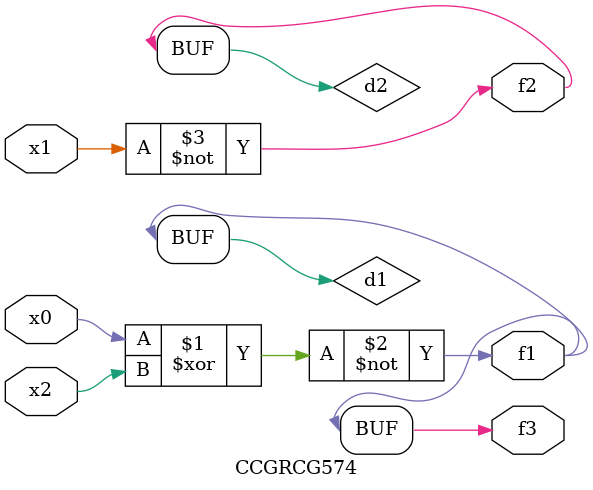
<source format=v>
module CCGRCG574(
	input x0, x1, x2,
	output f1, f2, f3
);

	wire d1, d2, d3;

	xnor (d1, x0, x2);
	nand (d2, x1);
	nor (d3, x1, x2);
	assign f1 = d1;
	assign f2 = d2;
	assign f3 = d1;
endmodule

</source>
